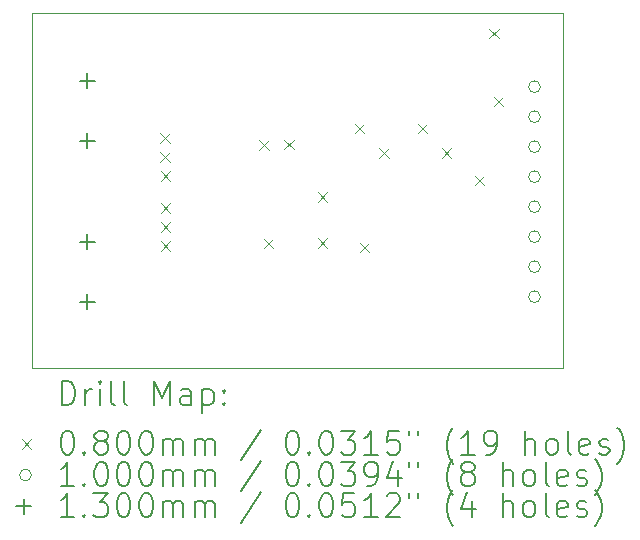
<source format=gbr>
%FSLAX45Y45*%
G04 Gerber Fmt 4.5, Leading zero omitted, Abs format (unit mm)*
G04 Created by KiCad (PCBNEW (6.0.6)) date 2023-11-23 12:31:40*
%MOMM*%
%LPD*%
G01*
G04 APERTURE LIST*
%TA.AperFunction,Profile*%
%ADD10C,0.100000*%
%TD*%
%ADD11C,0.200000*%
%ADD12C,0.080000*%
%ADD13C,0.100000*%
%ADD14C,0.130000*%
G04 APERTURE END LIST*
D10*
X7250000Y-4107000D02*
X11750000Y-4107000D01*
X11750000Y-4107000D02*
X11750000Y-7107000D01*
X11750000Y-7107000D02*
X7250000Y-7107000D01*
X7250000Y-7107000D02*
X7250000Y-4107000D01*
D11*
D12*
X8338000Y-5123000D02*
X8418000Y-5203000D01*
X8418000Y-5123000D02*
X8338000Y-5203000D01*
X8338000Y-5283000D02*
X8418000Y-5363000D01*
X8418000Y-5283000D02*
X8338000Y-5363000D01*
X8339000Y-5443000D02*
X8419000Y-5523000D01*
X8419000Y-5443000D02*
X8339000Y-5523000D01*
X8339000Y-5715000D02*
X8419000Y-5795000D01*
X8419000Y-5715000D02*
X8339000Y-5795000D01*
X8339000Y-5875000D02*
X8419000Y-5955000D01*
X8419000Y-5875000D02*
X8339000Y-5955000D01*
X8339000Y-6035000D02*
X8419000Y-6115000D01*
X8419000Y-6035000D02*
X8339000Y-6115000D01*
X9176250Y-5180000D02*
X9256250Y-5260000D01*
X9256250Y-5180000D02*
X9176250Y-5260000D01*
X9212500Y-6017500D02*
X9292500Y-6097500D01*
X9292500Y-6017500D02*
X9212500Y-6097500D01*
X9385000Y-5177500D02*
X9465000Y-5257500D01*
X9465000Y-5177500D02*
X9385000Y-5257500D01*
X9670000Y-5620000D02*
X9750000Y-5700000D01*
X9750000Y-5620000D02*
X9670000Y-5700000D01*
X9670000Y-6010000D02*
X9750000Y-6090000D01*
X9750000Y-6010000D02*
X9670000Y-6090000D01*
X9985000Y-5042500D02*
X10065000Y-5122500D01*
X10065000Y-5042500D02*
X9985000Y-5122500D01*
X10025000Y-6050000D02*
X10105000Y-6130000D01*
X10105000Y-6050000D02*
X10025000Y-6130000D01*
X10190000Y-5250000D02*
X10270000Y-5330000D01*
X10270000Y-5250000D02*
X10190000Y-5330000D01*
X10516250Y-5040000D02*
X10596250Y-5120000D01*
X10596250Y-5040000D02*
X10516250Y-5120000D01*
X10717500Y-5250000D02*
X10797500Y-5330000D01*
X10797500Y-5250000D02*
X10717500Y-5330000D01*
X11000000Y-5480000D02*
X11080000Y-5560000D01*
X11080000Y-5480000D02*
X11000000Y-5560000D01*
X11121000Y-4235000D02*
X11201000Y-4315000D01*
X11201000Y-4235000D02*
X11121000Y-4315000D01*
X11162000Y-4815000D02*
X11242000Y-4895000D01*
X11242000Y-4815000D02*
X11162000Y-4895000D01*
D13*
X11554000Y-4728000D02*
G75*
G03*
X11554000Y-4728000I-50000J0D01*
G01*
X11554000Y-4982000D02*
G75*
G03*
X11554000Y-4982000I-50000J0D01*
G01*
X11554000Y-5236000D02*
G75*
G03*
X11554000Y-5236000I-50000J0D01*
G01*
X11554000Y-5490000D02*
G75*
G03*
X11554000Y-5490000I-50000J0D01*
G01*
X11554000Y-5744000D02*
G75*
G03*
X11554000Y-5744000I-50000J0D01*
G01*
X11554000Y-5998000D02*
G75*
G03*
X11554000Y-5998000I-50000J0D01*
G01*
X11554000Y-6252000D02*
G75*
G03*
X11554000Y-6252000I-50000J0D01*
G01*
X11554000Y-6506000D02*
G75*
G03*
X11554000Y-6506000I-50000J0D01*
G01*
D14*
X7720000Y-4611000D02*
X7720000Y-4741000D01*
X7655000Y-4676000D02*
X7785000Y-4676000D01*
X7720000Y-5119000D02*
X7720000Y-5249000D01*
X7655000Y-5184000D02*
X7785000Y-5184000D01*
X7720000Y-5975000D02*
X7720000Y-6105000D01*
X7655000Y-6040000D02*
X7785000Y-6040000D01*
X7720000Y-6483000D02*
X7720000Y-6613000D01*
X7655000Y-6548000D02*
X7785000Y-6548000D01*
D11*
X7502619Y-7422476D02*
X7502619Y-7222476D01*
X7550238Y-7222476D01*
X7578809Y-7232000D01*
X7597857Y-7251048D01*
X7607381Y-7270095D01*
X7616905Y-7308190D01*
X7616905Y-7336762D01*
X7607381Y-7374857D01*
X7597857Y-7393905D01*
X7578809Y-7412952D01*
X7550238Y-7422476D01*
X7502619Y-7422476D01*
X7702619Y-7422476D02*
X7702619Y-7289143D01*
X7702619Y-7327238D02*
X7712143Y-7308190D01*
X7721667Y-7298667D01*
X7740714Y-7289143D01*
X7759762Y-7289143D01*
X7826428Y-7422476D02*
X7826428Y-7289143D01*
X7826428Y-7222476D02*
X7816905Y-7232000D01*
X7826428Y-7241524D01*
X7835952Y-7232000D01*
X7826428Y-7222476D01*
X7826428Y-7241524D01*
X7950238Y-7422476D02*
X7931190Y-7412952D01*
X7921667Y-7393905D01*
X7921667Y-7222476D01*
X8055000Y-7422476D02*
X8035952Y-7412952D01*
X8026428Y-7393905D01*
X8026428Y-7222476D01*
X8283571Y-7422476D02*
X8283571Y-7222476D01*
X8350238Y-7365333D01*
X8416905Y-7222476D01*
X8416905Y-7422476D01*
X8597857Y-7422476D02*
X8597857Y-7317714D01*
X8588333Y-7298667D01*
X8569286Y-7289143D01*
X8531190Y-7289143D01*
X8512143Y-7298667D01*
X8597857Y-7412952D02*
X8578810Y-7422476D01*
X8531190Y-7422476D01*
X8512143Y-7412952D01*
X8502619Y-7393905D01*
X8502619Y-7374857D01*
X8512143Y-7355809D01*
X8531190Y-7346286D01*
X8578810Y-7346286D01*
X8597857Y-7336762D01*
X8693095Y-7289143D02*
X8693095Y-7489143D01*
X8693095Y-7298667D02*
X8712143Y-7289143D01*
X8750238Y-7289143D01*
X8769286Y-7298667D01*
X8778810Y-7308190D01*
X8788333Y-7327238D01*
X8788333Y-7384381D01*
X8778810Y-7403428D01*
X8769286Y-7412952D01*
X8750238Y-7422476D01*
X8712143Y-7422476D01*
X8693095Y-7412952D01*
X8874048Y-7403428D02*
X8883571Y-7412952D01*
X8874048Y-7422476D01*
X8864524Y-7412952D01*
X8874048Y-7403428D01*
X8874048Y-7422476D01*
X8874048Y-7298667D02*
X8883571Y-7308190D01*
X8874048Y-7317714D01*
X8864524Y-7308190D01*
X8874048Y-7298667D01*
X8874048Y-7317714D01*
D12*
X7165000Y-7712000D02*
X7245000Y-7792000D01*
X7245000Y-7712000D02*
X7165000Y-7792000D01*
D11*
X7540714Y-7642476D02*
X7559762Y-7642476D01*
X7578809Y-7652000D01*
X7588333Y-7661524D01*
X7597857Y-7680571D01*
X7607381Y-7718667D01*
X7607381Y-7766286D01*
X7597857Y-7804381D01*
X7588333Y-7823428D01*
X7578809Y-7832952D01*
X7559762Y-7842476D01*
X7540714Y-7842476D01*
X7521667Y-7832952D01*
X7512143Y-7823428D01*
X7502619Y-7804381D01*
X7493095Y-7766286D01*
X7493095Y-7718667D01*
X7502619Y-7680571D01*
X7512143Y-7661524D01*
X7521667Y-7652000D01*
X7540714Y-7642476D01*
X7693095Y-7823428D02*
X7702619Y-7832952D01*
X7693095Y-7842476D01*
X7683571Y-7832952D01*
X7693095Y-7823428D01*
X7693095Y-7842476D01*
X7816905Y-7728190D02*
X7797857Y-7718667D01*
X7788333Y-7709143D01*
X7778809Y-7690095D01*
X7778809Y-7680571D01*
X7788333Y-7661524D01*
X7797857Y-7652000D01*
X7816905Y-7642476D01*
X7855000Y-7642476D01*
X7874048Y-7652000D01*
X7883571Y-7661524D01*
X7893095Y-7680571D01*
X7893095Y-7690095D01*
X7883571Y-7709143D01*
X7874048Y-7718667D01*
X7855000Y-7728190D01*
X7816905Y-7728190D01*
X7797857Y-7737714D01*
X7788333Y-7747238D01*
X7778809Y-7766286D01*
X7778809Y-7804381D01*
X7788333Y-7823428D01*
X7797857Y-7832952D01*
X7816905Y-7842476D01*
X7855000Y-7842476D01*
X7874048Y-7832952D01*
X7883571Y-7823428D01*
X7893095Y-7804381D01*
X7893095Y-7766286D01*
X7883571Y-7747238D01*
X7874048Y-7737714D01*
X7855000Y-7728190D01*
X8016905Y-7642476D02*
X8035952Y-7642476D01*
X8055000Y-7652000D01*
X8064524Y-7661524D01*
X8074048Y-7680571D01*
X8083571Y-7718667D01*
X8083571Y-7766286D01*
X8074048Y-7804381D01*
X8064524Y-7823428D01*
X8055000Y-7832952D01*
X8035952Y-7842476D01*
X8016905Y-7842476D01*
X7997857Y-7832952D01*
X7988333Y-7823428D01*
X7978809Y-7804381D01*
X7969286Y-7766286D01*
X7969286Y-7718667D01*
X7978809Y-7680571D01*
X7988333Y-7661524D01*
X7997857Y-7652000D01*
X8016905Y-7642476D01*
X8207381Y-7642476D02*
X8226428Y-7642476D01*
X8245476Y-7652000D01*
X8255000Y-7661524D01*
X8264524Y-7680571D01*
X8274048Y-7718667D01*
X8274048Y-7766286D01*
X8264524Y-7804381D01*
X8255000Y-7823428D01*
X8245476Y-7832952D01*
X8226428Y-7842476D01*
X8207381Y-7842476D01*
X8188333Y-7832952D01*
X8178809Y-7823428D01*
X8169286Y-7804381D01*
X8159762Y-7766286D01*
X8159762Y-7718667D01*
X8169286Y-7680571D01*
X8178809Y-7661524D01*
X8188333Y-7652000D01*
X8207381Y-7642476D01*
X8359762Y-7842476D02*
X8359762Y-7709143D01*
X8359762Y-7728190D02*
X8369286Y-7718667D01*
X8388333Y-7709143D01*
X8416905Y-7709143D01*
X8435952Y-7718667D01*
X8445476Y-7737714D01*
X8445476Y-7842476D01*
X8445476Y-7737714D02*
X8455000Y-7718667D01*
X8474048Y-7709143D01*
X8502619Y-7709143D01*
X8521667Y-7718667D01*
X8531190Y-7737714D01*
X8531190Y-7842476D01*
X8626429Y-7842476D02*
X8626429Y-7709143D01*
X8626429Y-7728190D02*
X8635952Y-7718667D01*
X8655000Y-7709143D01*
X8683571Y-7709143D01*
X8702619Y-7718667D01*
X8712143Y-7737714D01*
X8712143Y-7842476D01*
X8712143Y-7737714D02*
X8721667Y-7718667D01*
X8740714Y-7709143D01*
X8769286Y-7709143D01*
X8788333Y-7718667D01*
X8797857Y-7737714D01*
X8797857Y-7842476D01*
X9188333Y-7632952D02*
X9016905Y-7890095D01*
X9445476Y-7642476D02*
X9464524Y-7642476D01*
X9483571Y-7652000D01*
X9493095Y-7661524D01*
X9502619Y-7680571D01*
X9512143Y-7718667D01*
X9512143Y-7766286D01*
X9502619Y-7804381D01*
X9493095Y-7823428D01*
X9483571Y-7832952D01*
X9464524Y-7842476D01*
X9445476Y-7842476D01*
X9426429Y-7832952D01*
X9416905Y-7823428D01*
X9407381Y-7804381D01*
X9397857Y-7766286D01*
X9397857Y-7718667D01*
X9407381Y-7680571D01*
X9416905Y-7661524D01*
X9426429Y-7652000D01*
X9445476Y-7642476D01*
X9597857Y-7823428D02*
X9607381Y-7832952D01*
X9597857Y-7842476D01*
X9588333Y-7832952D01*
X9597857Y-7823428D01*
X9597857Y-7842476D01*
X9731190Y-7642476D02*
X9750238Y-7642476D01*
X9769286Y-7652000D01*
X9778810Y-7661524D01*
X9788333Y-7680571D01*
X9797857Y-7718667D01*
X9797857Y-7766286D01*
X9788333Y-7804381D01*
X9778810Y-7823428D01*
X9769286Y-7832952D01*
X9750238Y-7842476D01*
X9731190Y-7842476D01*
X9712143Y-7832952D01*
X9702619Y-7823428D01*
X9693095Y-7804381D01*
X9683571Y-7766286D01*
X9683571Y-7718667D01*
X9693095Y-7680571D01*
X9702619Y-7661524D01*
X9712143Y-7652000D01*
X9731190Y-7642476D01*
X9864524Y-7642476D02*
X9988333Y-7642476D01*
X9921667Y-7718667D01*
X9950238Y-7718667D01*
X9969286Y-7728190D01*
X9978810Y-7737714D01*
X9988333Y-7756762D01*
X9988333Y-7804381D01*
X9978810Y-7823428D01*
X9969286Y-7832952D01*
X9950238Y-7842476D01*
X9893095Y-7842476D01*
X9874048Y-7832952D01*
X9864524Y-7823428D01*
X10178810Y-7842476D02*
X10064524Y-7842476D01*
X10121667Y-7842476D02*
X10121667Y-7642476D01*
X10102619Y-7671048D01*
X10083571Y-7690095D01*
X10064524Y-7699619D01*
X10359762Y-7642476D02*
X10264524Y-7642476D01*
X10255000Y-7737714D01*
X10264524Y-7728190D01*
X10283571Y-7718667D01*
X10331190Y-7718667D01*
X10350238Y-7728190D01*
X10359762Y-7737714D01*
X10369286Y-7756762D01*
X10369286Y-7804381D01*
X10359762Y-7823428D01*
X10350238Y-7832952D01*
X10331190Y-7842476D01*
X10283571Y-7842476D01*
X10264524Y-7832952D01*
X10255000Y-7823428D01*
X10445476Y-7642476D02*
X10445476Y-7680571D01*
X10521667Y-7642476D02*
X10521667Y-7680571D01*
X10816905Y-7918667D02*
X10807381Y-7909143D01*
X10788333Y-7880571D01*
X10778810Y-7861524D01*
X10769286Y-7832952D01*
X10759762Y-7785333D01*
X10759762Y-7747238D01*
X10769286Y-7699619D01*
X10778810Y-7671048D01*
X10788333Y-7652000D01*
X10807381Y-7623428D01*
X10816905Y-7613905D01*
X10997857Y-7842476D02*
X10883571Y-7842476D01*
X10940714Y-7842476D02*
X10940714Y-7642476D01*
X10921667Y-7671048D01*
X10902619Y-7690095D01*
X10883571Y-7699619D01*
X11093095Y-7842476D02*
X11131190Y-7842476D01*
X11150238Y-7832952D01*
X11159762Y-7823428D01*
X11178810Y-7794857D01*
X11188333Y-7756762D01*
X11188333Y-7680571D01*
X11178810Y-7661524D01*
X11169286Y-7652000D01*
X11150238Y-7642476D01*
X11112143Y-7642476D01*
X11093095Y-7652000D01*
X11083571Y-7661524D01*
X11074048Y-7680571D01*
X11074048Y-7728190D01*
X11083571Y-7747238D01*
X11093095Y-7756762D01*
X11112143Y-7766286D01*
X11150238Y-7766286D01*
X11169286Y-7756762D01*
X11178810Y-7747238D01*
X11188333Y-7728190D01*
X11426428Y-7842476D02*
X11426428Y-7642476D01*
X11512143Y-7842476D02*
X11512143Y-7737714D01*
X11502619Y-7718667D01*
X11483571Y-7709143D01*
X11455000Y-7709143D01*
X11435952Y-7718667D01*
X11426428Y-7728190D01*
X11635952Y-7842476D02*
X11616905Y-7832952D01*
X11607381Y-7823428D01*
X11597857Y-7804381D01*
X11597857Y-7747238D01*
X11607381Y-7728190D01*
X11616905Y-7718667D01*
X11635952Y-7709143D01*
X11664524Y-7709143D01*
X11683571Y-7718667D01*
X11693095Y-7728190D01*
X11702619Y-7747238D01*
X11702619Y-7804381D01*
X11693095Y-7823428D01*
X11683571Y-7832952D01*
X11664524Y-7842476D01*
X11635952Y-7842476D01*
X11816905Y-7842476D02*
X11797857Y-7832952D01*
X11788333Y-7813905D01*
X11788333Y-7642476D01*
X11969286Y-7832952D02*
X11950238Y-7842476D01*
X11912143Y-7842476D01*
X11893095Y-7832952D01*
X11883571Y-7813905D01*
X11883571Y-7737714D01*
X11893095Y-7718667D01*
X11912143Y-7709143D01*
X11950238Y-7709143D01*
X11969286Y-7718667D01*
X11978809Y-7737714D01*
X11978809Y-7756762D01*
X11883571Y-7775809D01*
X12055000Y-7832952D02*
X12074048Y-7842476D01*
X12112143Y-7842476D01*
X12131190Y-7832952D01*
X12140714Y-7813905D01*
X12140714Y-7804381D01*
X12131190Y-7785333D01*
X12112143Y-7775809D01*
X12083571Y-7775809D01*
X12064524Y-7766286D01*
X12055000Y-7747238D01*
X12055000Y-7737714D01*
X12064524Y-7718667D01*
X12083571Y-7709143D01*
X12112143Y-7709143D01*
X12131190Y-7718667D01*
X12207381Y-7918667D02*
X12216905Y-7909143D01*
X12235952Y-7880571D01*
X12245476Y-7861524D01*
X12255000Y-7832952D01*
X12264524Y-7785333D01*
X12264524Y-7747238D01*
X12255000Y-7699619D01*
X12245476Y-7671048D01*
X12235952Y-7652000D01*
X12216905Y-7623428D01*
X12207381Y-7613905D01*
D13*
X7245000Y-8016000D02*
G75*
G03*
X7245000Y-8016000I-50000J0D01*
G01*
D11*
X7607381Y-8106476D02*
X7493095Y-8106476D01*
X7550238Y-8106476D02*
X7550238Y-7906476D01*
X7531190Y-7935048D01*
X7512143Y-7954095D01*
X7493095Y-7963619D01*
X7693095Y-8087428D02*
X7702619Y-8096952D01*
X7693095Y-8106476D01*
X7683571Y-8096952D01*
X7693095Y-8087428D01*
X7693095Y-8106476D01*
X7826428Y-7906476D02*
X7845476Y-7906476D01*
X7864524Y-7916000D01*
X7874048Y-7925524D01*
X7883571Y-7944571D01*
X7893095Y-7982667D01*
X7893095Y-8030286D01*
X7883571Y-8068381D01*
X7874048Y-8087428D01*
X7864524Y-8096952D01*
X7845476Y-8106476D01*
X7826428Y-8106476D01*
X7807381Y-8096952D01*
X7797857Y-8087428D01*
X7788333Y-8068381D01*
X7778809Y-8030286D01*
X7778809Y-7982667D01*
X7788333Y-7944571D01*
X7797857Y-7925524D01*
X7807381Y-7916000D01*
X7826428Y-7906476D01*
X8016905Y-7906476D02*
X8035952Y-7906476D01*
X8055000Y-7916000D01*
X8064524Y-7925524D01*
X8074048Y-7944571D01*
X8083571Y-7982667D01*
X8083571Y-8030286D01*
X8074048Y-8068381D01*
X8064524Y-8087428D01*
X8055000Y-8096952D01*
X8035952Y-8106476D01*
X8016905Y-8106476D01*
X7997857Y-8096952D01*
X7988333Y-8087428D01*
X7978809Y-8068381D01*
X7969286Y-8030286D01*
X7969286Y-7982667D01*
X7978809Y-7944571D01*
X7988333Y-7925524D01*
X7997857Y-7916000D01*
X8016905Y-7906476D01*
X8207381Y-7906476D02*
X8226428Y-7906476D01*
X8245476Y-7916000D01*
X8255000Y-7925524D01*
X8264524Y-7944571D01*
X8274048Y-7982667D01*
X8274048Y-8030286D01*
X8264524Y-8068381D01*
X8255000Y-8087428D01*
X8245476Y-8096952D01*
X8226428Y-8106476D01*
X8207381Y-8106476D01*
X8188333Y-8096952D01*
X8178809Y-8087428D01*
X8169286Y-8068381D01*
X8159762Y-8030286D01*
X8159762Y-7982667D01*
X8169286Y-7944571D01*
X8178809Y-7925524D01*
X8188333Y-7916000D01*
X8207381Y-7906476D01*
X8359762Y-8106476D02*
X8359762Y-7973143D01*
X8359762Y-7992190D02*
X8369286Y-7982667D01*
X8388333Y-7973143D01*
X8416905Y-7973143D01*
X8435952Y-7982667D01*
X8445476Y-8001714D01*
X8445476Y-8106476D01*
X8445476Y-8001714D02*
X8455000Y-7982667D01*
X8474048Y-7973143D01*
X8502619Y-7973143D01*
X8521667Y-7982667D01*
X8531190Y-8001714D01*
X8531190Y-8106476D01*
X8626429Y-8106476D02*
X8626429Y-7973143D01*
X8626429Y-7992190D02*
X8635952Y-7982667D01*
X8655000Y-7973143D01*
X8683571Y-7973143D01*
X8702619Y-7982667D01*
X8712143Y-8001714D01*
X8712143Y-8106476D01*
X8712143Y-8001714D02*
X8721667Y-7982667D01*
X8740714Y-7973143D01*
X8769286Y-7973143D01*
X8788333Y-7982667D01*
X8797857Y-8001714D01*
X8797857Y-8106476D01*
X9188333Y-7896952D02*
X9016905Y-8154095D01*
X9445476Y-7906476D02*
X9464524Y-7906476D01*
X9483571Y-7916000D01*
X9493095Y-7925524D01*
X9502619Y-7944571D01*
X9512143Y-7982667D01*
X9512143Y-8030286D01*
X9502619Y-8068381D01*
X9493095Y-8087428D01*
X9483571Y-8096952D01*
X9464524Y-8106476D01*
X9445476Y-8106476D01*
X9426429Y-8096952D01*
X9416905Y-8087428D01*
X9407381Y-8068381D01*
X9397857Y-8030286D01*
X9397857Y-7982667D01*
X9407381Y-7944571D01*
X9416905Y-7925524D01*
X9426429Y-7916000D01*
X9445476Y-7906476D01*
X9597857Y-8087428D02*
X9607381Y-8096952D01*
X9597857Y-8106476D01*
X9588333Y-8096952D01*
X9597857Y-8087428D01*
X9597857Y-8106476D01*
X9731190Y-7906476D02*
X9750238Y-7906476D01*
X9769286Y-7916000D01*
X9778810Y-7925524D01*
X9788333Y-7944571D01*
X9797857Y-7982667D01*
X9797857Y-8030286D01*
X9788333Y-8068381D01*
X9778810Y-8087428D01*
X9769286Y-8096952D01*
X9750238Y-8106476D01*
X9731190Y-8106476D01*
X9712143Y-8096952D01*
X9702619Y-8087428D01*
X9693095Y-8068381D01*
X9683571Y-8030286D01*
X9683571Y-7982667D01*
X9693095Y-7944571D01*
X9702619Y-7925524D01*
X9712143Y-7916000D01*
X9731190Y-7906476D01*
X9864524Y-7906476D02*
X9988333Y-7906476D01*
X9921667Y-7982667D01*
X9950238Y-7982667D01*
X9969286Y-7992190D01*
X9978810Y-8001714D01*
X9988333Y-8020762D01*
X9988333Y-8068381D01*
X9978810Y-8087428D01*
X9969286Y-8096952D01*
X9950238Y-8106476D01*
X9893095Y-8106476D01*
X9874048Y-8096952D01*
X9864524Y-8087428D01*
X10083571Y-8106476D02*
X10121667Y-8106476D01*
X10140714Y-8096952D01*
X10150238Y-8087428D01*
X10169286Y-8058857D01*
X10178810Y-8020762D01*
X10178810Y-7944571D01*
X10169286Y-7925524D01*
X10159762Y-7916000D01*
X10140714Y-7906476D01*
X10102619Y-7906476D01*
X10083571Y-7916000D01*
X10074048Y-7925524D01*
X10064524Y-7944571D01*
X10064524Y-7992190D01*
X10074048Y-8011238D01*
X10083571Y-8020762D01*
X10102619Y-8030286D01*
X10140714Y-8030286D01*
X10159762Y-8020762D01*
X10169286Y-8011238D01*
X10178810Y-7992190D01*
X10350238Y-7973143D02*
X10350238Y-8106476D01*
X10302619Y-7896952D02*
X10255000Y-8039809D01*
X10378810Y-8039809D01*
X10445476Y-7906476D02*
X10445476Y-7944571D01*
X10521667Y-7906476D02*
X10521667Y-7944571D01*
X10816905Y-8182667D02*
X10807381Y-8173143D01*
X10788333Y-8144571D01*
X10778810Y-8125524D01*
X10769286Y-8096952D01*
X10759762Y-8049333D01*
X10759762Y-8011238D01*
X10769286Y-7963619D01*
X10778810Y-7935048D01*
X10788333Y-7916000D01*
X10807381Y-7887428D01*
X10816905Y-7877905D01*
X10921667Y-7992190D02*
X10902619Y-7982667D01*
X10893095Y-7973143D01*
X10883571Y-7954095D01*
X10883571Y-7944571D01*
X10893095Y-7925524D01*
X10902619Y-7916000D01*
X10921667Y-7906476D01*
X10959762Y-7906476D01*
X10978810Y-7916000D01*
X10988333Y-7925524D01*
X10997857Y-7944571D01*
X10997857Y-7954095D01*
X10988333Y-7973143D01*
X10978810Y-7982667D01*
X10959762Y-7992190D01*
X10921667Y-7992190D01*
X10902619Y-8001714D01*
X10893095Y-8011238D01*
X10883571Y-8030286D01*
X10883571Y-8068381D01*
X10893095Y-8087428D01*
X10902619Y-8096952D01*
X10921667Y-8106476D01*
X10959762Y-8106476D01*
X10978810Y-8096952D01*
X10988333Y-8087428D01*
X10997857Y-8068381D01*
X10997857Y-8030286D01*
X10988333Y-8011238D01*
X10978810Y-8001714D01*
X10959762Y-7992190D01*
X11235952Y-8106476D02*
X11235952Y-7906476D01*
X11321667Y-8106476D02*
X11321667Y-8001714D01*
X11312143Y-7982667D01*
X11293095Y-7973143D01*
X11264524Y-7973143D01*
X11245476Y-7982667D01*
X11235952Y-7992190D01*
X11445476Y-8106476D02*
X11426428Y-8096952D01*
X11416905Y-8087428D01*
X11407381Y-8068381D01*
X11407381Y-8011238D01*
X11416905Y-7992190D01*
X11426428Y-7982667D01*
X11445476Y-7973143D01*
X11474048Y-7973143D01*
X11493095Y-7982667D01*
X11502619Y-7992190D01*
X11512143Y-8011238D01*
X11512143Y-8068381D01*
X11502619Y-8087428D01*
X11493095Y-8096952D01*
X11474048Y-8106476D01*
X11445476Y-8106476D01*
X11626428Y-8106476D02*
X11607381Y-8096952D01*
X11597857Y-8077905D01*
X11597857Y-7906476D01*
X11778809Y-8096952D02*
X11759762Y-8106476D01*
X11721667Y-8106476D01*
X11702619Y-8096952D01*
X11693095Y-8077905D01*
X11693095Y-8001714D01*
X11702619Y-7982667D01*
X11721667Y-7973143D01*
X11759762Y-7973143D01*
X11778809Y-7982667D01*
X11788333Y-8001714D01*
X11788333Y-8020762D01*
X11693095Y-8039809D01*
X11864524Y-8096952D02*
X11883571Y-8106476D01*
X11921667Y-8106476D01*
X11940714Y-8096952D01*
X11950238Y-8077905D01*
X11950238Y-8068381D01*
X11940714Y-8049333D01*
X11921667Y-8039809D01*
X11893095Y-8039809D01*
X11874048Y-8030286D01*
X11864524Y-8011238D01*
X11864524Y-8001714D01*
X11874048Y-7982667D01*
X11893095Y-7973143D01*
X11921667Y-7973143D01*
X11940714Y-7982667D01*
X12016905Y-8182667D02*
X12026428Y-8173143D01*
X12045476Y-8144571D01*
X12055000Y-8125524D01*
X12064524Y-8096952D01*
X12074048Y-8049333D01*
X12074048Y-8011238D01*
X12064524Y-7963619D01*
X12055000Y-7935048D01*
X12045476Y-7916000D01*
X12026428Y-7887428D01*
X12016905Y-7877905D01*
D14*
X7180000Y-8215000D02*
X7180000Y-8345000D01*
X7115000Y-8280000D02*
X7245000Y-8280000D01*
D11*
X7607381Y-8370476D02*
X7493095Y-8370476D01*
X7550238Y-8370476D02*
X7550238Y-8170476D01*
X7531190Y-8199048D01*
X7512143Y-8218095D01*
X7493095Y-8227619D01*
X7693095Y-8351428D02*
X7702619Y-8360952D01*
X7693095Y-8370476D01*
X7683571Y-8360952D01*
X7693095Y-8351428D01*
X7693095Y-8370476D01*
X7769286Y-8170476D02*
X7893095Y-8170476D01*
X7826428Y-8246667D01*
X7855000Y-8246667D01*
X7874048Y-8256190D01*
X7883571Y-8265714D01*
X7893095Y-8284762D01*
X7893095Y-8332381D01*
X7883571Y-8351428D01*
X7874048Y-8360952D01*
X7855000Y-8370476D01*
X7797857Y-8370476D01*
X7778809Y-8360952D01*
X7769286Y-8351428D01*
X8016905Y-8170476D02*
X8035952Y-8170476D01*
X8055000Y-8180000D01*
X8064524Y-8189524D01*
X8074048Y-8208571D01*
X8083571Y-8246667D01*
X8083571Y-8294286D01*
X8074048Y-8332381D01*
X8064524Y-8351428D01*
X8055000Y-8360952D01*
X8035952Y-8370476D01*
X8016905Y-8370476D01*
X7997857Y-8360952D01*
X7988333Y-8351428D01*
X7978809Y-8332381D01*
X7969286Y-8294286D01*
X7969286Y-8246667D01*
X7978809Y-8208571D01*
X7988333Y-8189524D01*
X7997857Y-8180000D01*
X8016905Y-8170476D01*
X8207381Y-8170476D02*
X8226428Y-8170476D01*
X8245476Y-8180000D01*
X8255000Y-8189524D01*
X8264524Y-8208571D01*
X8274048Y-8246667D01*
X8274048Y-8294286D01*
X8264524Y-8332381D01*
X8255000Y-8351428D01*
X8245476Y-8360952D01*
X8226428Y-8370476D01*
X8207381Y-8370476D01*
X8188333Y-8360952D01*
X8178809Y-8351428D01*
X8169286Y-8332381D01*
X8159762Y-8294286D01*
X8159762Y-8246667D01*
X8169286Y-8208571D01*
X8178809Y-8189524D01*
X8188333Y-8180000D01*
X8207381Y-8170476D01*
X8359762Y-8370476D02*
X8359762Y-8237143D01*
X8359762Y-8256190D02*
X8369286Y-8246667D01*
X8388333Y-8237143D01*
X8416905Y-8237143D01*
X8435952Y-8246667D01*
X8445476Y-8265714D01*
X8445476Y-8370476D01*
X8445476Y-8265714D02*
X8455000Y-8246667D01*
X8474048Y-8237143D01*
X8502619Y-8237143D01*
X8521667Y-8246667D01*
X8531190Y-8265714D01*
X8531190Y-8370476D01*
X8626429Y-8370476D02*
X8626429Y-8237143D01*
X8626429Y-8256190D02*
X8635952Y-8246667D01*
X8655000Y-8237143D01*
X8683571Y-8237143D01*
X8702619Y-8246667D01*
X8712143Y-8265714D01*
X8712143Y-8370476D01*
X8712143Y-8265714D02*
X8721667Y-8246667D01*
X8740714Y-8237143D01*
X8769286Y-8237143D01*
X8788333Y-8246667D01*
X8797857Y-8265714D01*
X8797857Y-8370476D01*
X9188333Y-8160952D02*
X9016905Y-8418095D01*
X9445476Y-8170476D02*
X9464524Y-8170476D01*
X9483571Y-8180000D01*
X9493095Y-8189524D01*
X9502619Y-8208571D01*
X9512143Y-8246667D01*
X9512143Y-8294286D01*
X9502619Y-8332381D01*
X9493095Y-8351428D01*
X9483571Y-8360952D01*
X9464524Y-8370476D01*
X9445476Y-8370476D01*
X9426429Y-8360952D01*
X9416905Y-8351428D01*
X9407381Y-8332381D01*
X9397857Y-8294286D01*
X9397857Y-8246667D01*
X9407381Y-8208571D01*
X9416905Y-8189524D01*
X9426429Y-8180000D01*
X9445476Y-8170476D01*
X9597857Y-8351428D02*
X9607381Y-8360952D01*
X9597857Y-8370476D01*
X9588333Y-8360952D01*
X9597857Y-8351428D01*
X9597857Y-8370476D01*
X9731190Y-8170476D02*
X9750238Y-8170476D01*
X9769286Y-8180000D01*
X9778810Y-8189524D01*
X9788333Y-8208571D01*
X9797857Y-8246667D01*
X9797857Y-8294286D01*
X9788333Y-8332381D01*
X9778810Y-8351428D01*
X9769286Y-8360952D01*
X9750238Y-8370476D01*
X9731190Y-8370476D01*
X9712143Y-8360952D01*
X9702619Y-8351428D01*
X9693095Y-8332381D01*
X9683571Y-8294286D01*
X9683571Y-8246667D01*
X9693095Y-8208571D01*
X9702619Y-8189524D01*
X9712143Y-8180000D01*
X9731190Y-8170476D01*
X9978810Y-8170476D02*
X9883571Y-8170476D01*
X9874048Y-8265714D01*
X9883571Y-8256190D01*
X9902619Y-8246667D01*
X9950238Y-8246667D01*
X9969286Y-8256190D01*
X9978810Y-8265714D01*
X9988333Y-8284762D01*
X9988333Y-8332381D01*
X9978810Y-8351428D01*
X9969286Y-8360952D01*
X9950238Y-8370476D01*
X9902619Y-8370476D01*
X9883571Y-8360952D01*
X9874048Y-8351428D01*
X10178810Y-8370476D02*
X10064524Y-8370476D01*
X10121667Y-8370476D02*
X10121667Y-8170476D01*
X10102619Y-8199048D01*
X10083571Y-8218095D01*
X10064524Y-8227619D01*
X10255000Y-8189524D02*
X10264524Y-8180000D01*
X10283571Y-8170476D01*
X10331190Y-8170476D01*
X10350238Y-8180000D01*
X10359762Y-8189524D01*
X10369286Y-8208571D01*
X10369286Y-8227619D01*
X10359762Y-8256190D01*
X10245476Y-8370476D01*
X10369286Y-8370476D01*
X10445476Y-8170476D02*
X10445476Y-8208571D01*
X10521667Y-8170476D02*
X10521667Y-8208571D01*
X10816905Y-8446667D02*
X10807381Y-8437143D01*
X10788333Y-8408571D01*
X10778810Y-8389524D01*
X10769286Y-8360952D01*
X10759762Y-8313333D01*
X10759762Y-8275238D01*
X10769286Y-8227619D01*
X10778810Y-8199048D01*
X10788333Y-8180000D01*
X10807381Y-8151428D01*
X10816905Y-8141905D01*
X10978810Y-8237143D02*
X10978810Y-8370476D01*
X10931190Y-8160952D02*
X10883571Y-8303809D01*
X11007381Y-8303809D01*
X11235952Y-8370476D02*
X11235952Y-8170476D01*
X11321667Y-8370476D02*
X11321667Y-8265714D01*
X11312143Y-8246667D01*
X11293095Y-8237143D01*
X11264524Y-8237143D01*
X11245476Y-8246667D01*
X11235952Y-8256190D01*
X11445476Y-8370476D02*
X11426428Y-8360952D01*
X11416905Y-8351428D01*
X11407381Y-8332381D01*
X11407381Y-8275238D01*
X11416905Y-8256190D01*
X11426428Y-8246667D01*
X11445476Y-8237143D01*
X11474048Y-8237143D01*
X11493095Y-8246667D01*
X11502619Y-8256190D01*
X11512143Y-8275238D01*
X11512143Y-8332381D01*
X11502619Y-8351428D01*
X11493095Y-8360952D01*
X11474048Y-8370476D01*
X11445476Y-8370476D01*
X11626428Y-8370476D02*
X11607381Y-8360952D01*
X11597857Y-8341905D01*
X11597857Y-8170476D01*
X11778809Y-8360952D02*
X11759762Y-8370476D01*
X11721667Y-8370476D01*
X11702619Y-8360952D01*
X11693095Y-8341905D01*
X11693095Y-8265714D01*
X11702619Y-8246667D01*
X11721667Y-8237143D01*
X11759762Y-8237143D01*
X11778809Y-8246667D01*
X11788333Y-8265714D01*
X11788333Y-8284762D01*
X11693095Y-8303809D01*
X11864524Y-8360952D02*
X11883571Y-8370476D01*
X11921667Y-8370476D01*
X11940714Y-8360952D01*
X11950238Y-8341905D01*
X11950238Y-8332381D01*
X11940714Y-8313333D01*
X11921667Y-8303809D01*
X11893095Y-8303809D01*
X11874048Y-8294286D01*
X11864524Y-8275238D01*
X11864524Y-8265714D01*
X11874048Y-8246667D01*
X11893095Y-8237143D01*
X11921667Y-8237143D01*
X11940714Y-8246667D01*
X12016905Y-8446667D02*
X12026428Y-8437143D01*
X12045476Y-8408571D01*
X12055000Y-8389524D01*
X12064524Y-8360952D01*
X12074048Y-8313333D01*
X12074048Y-8275238D01*
X12064524Y-8227619D01*
X12055000Y-8199048D01*
X12045476Y-8180000D01*
X12026428Y-8151428D01*
X12016905Y-8141905D01*
M02*

</source>
